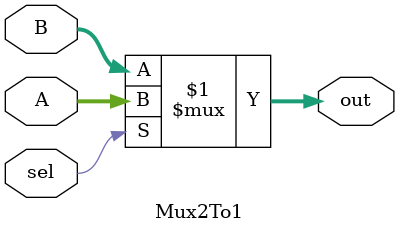
<source format=v>
`timescale 1ns / 1ps
module Mux2To1(A, B, sel, out);
	input [31:0] A, B;
	input sel;
	output [31:0] out;
	
	assign out = (sel) ? A : B;

endmodule

</source>
